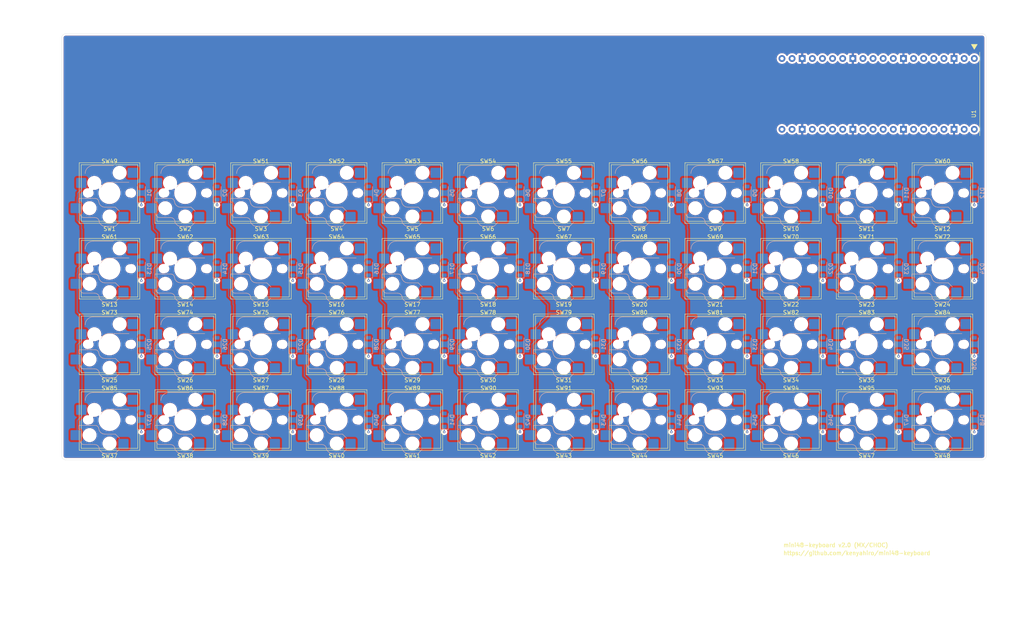
<source format=kicad_pcb>
(kicad_pcb (version 20240108) (generator "pcbnew") (generator_version "8.0")
  (layers (0 "F.Cu" signal) (31 "B.Cu" signal) (34 "B.Paste" user) (35 "F.Paste" user) (36 "B.SilkS" user "B.Silkscreen") (37 "F.SilkS" user "F.Silkscreen") (38 "B.Mask" user) (39 "F.Mask" user) (44 "Edge.Cuts" user))
  (net 0 "")
  (net 1 "/ROW0")
  (net 2 "Net-(D1-A)")
  (net 3 "Net-(D2-A)")
  (net 4 "Net-(D3-A)")
  (net 5 "Net-(D4-A)")
  (net 6 "Net-(D5-A)")
  (net 7 "Net-(D6-A)")
  (net 8 "Net-(D7-A)")
  (net 9 "Net-(D8-A)")
  (net 10 "Net-(D9-A)")
  (net 11 "Net-(D10-A)")
  (net 12 "Net-(D11-A)")
  (net 13 "Net-(D12-A)")
  (net 14 "/ROW1")
  (net 15 "Net-(D13-A)")
  (net 16 "Net-(D14-A)")
  (net 17 "Net-(D15-A)")
  (net 18 "Net-(D16-A)")
  (net 19 "Net-(D17-A)")
  (net 20 "Net-(D18-A)")
  (net 21 "Net-(D19-A)")
  (net 22 "Net-(D20-A)")
  (net 23 "Net-(D21-A)")
  (net 24 "Net-(D22-A)")
  (net 25 "Net-(D23-A)")
  (net 26 "Net-(D24-A)")
  (net 27 "Net-(D25-A)")
  (net 28 "/ROW2")
  (net 29 "Net-(D26-A)")
  (net 30 "Net-(D27-A)")
  (net 31 "Net-(D28-A)")
  (net 32 "Net-(D29-A)")
  (net 33 "Net-(D30-A)")
  (net 34 "Net-(D31-A)")
  (net 35 "Net-(D32-A)")
  (net 36 "Net-(D33-A)")
  (net 37 "Net-(D34-A)")
  (net 38 "Net-(D35-A)")
  (net 39 "Net-(D36-A)")
  (net 40 "Net-(D37-A)")
  (net 41 "/ROW3")
  (net 42 "Net-(D38-A)")
  (net 43 "Net-(D39-A)")
  (net 44 "Net-(D40-A)")
  (net 45 "Net-(D41-A)")
  (net 46 "Net-(D42-A)")
  (net 47 "Net-(D43-A)")
  (net 48 "Net-(D44-A)")
  (net 49 "Net-(D45-A)")
  (net 50 "Net-(D46-A)")
  (net 51 "Net-(D47-A)")
  (net 52 "Net-(D48-A)")
  (net 53 "/COL0")
  (net 54 "/COL1")
  (net 55 "/COL2")
  (net 56 "/COL3")
  (net 57 "/COL4")
  (net 58 "/COL5")
  (net 59 "/COL6")
  (net 60 "/COL7")
  (net 61 "/COL8")
  (net 62 "/COL9")
  (net 63 "/COL10")
  (net 64 "/COL11")
  (net 65 "+3.3V")
  (net 66 "GND")
  (footprint "MountingHole:MountingHole_2.2mm_M2" (layer "F.Cu") (at 176 143)
    (property "Reference" "REF**" (hide yes))
    (property "Value" "MountingHole_2.2mm_M2" (hide yes))
  )
  (footprint "my_keyswitch:SW_Hotswap_Kailh_MX" (layer "F.Cu") (at 201 83)
    (property "Reference" "SW69")
    (property "Value" "SW_Push")
  )
  (footprint "my_keyswitch:SW_Hotswap_Kailh_MX" (layer "F.Cu") (at 125 121)
    (property "Reference" "SW89")
    (property "Value" "SW_Push")
  )
  (footprint "my_keyswitch:SW_Hotswap_Kailh_Choc_V1V2_no_mp" (layer "F.Cu") (at 201 83 180)
    (property "Reference" "SW21")
    (property "Value" "SW_Push")
  )
  (footprint "my_keyswitch:SW_Hotswap_Kailh_MX" (layer "F.Cu") (at 125 83)
    (property "Reference" "SW65")
    (property "Value" "SW_Push")
  )
  (footprint "my_keyswitch:SW_Hotswap_Kailh_Choc_V1V2_no_mp" (layer "F.Cu") (at 144 121 180)
    (property "Reference" "SW42")
    (property "Value" "SW_Push")
  )
  (footprint "my_keyswitch:SW_Hotswap_Kailh_Choc_V1V2_no_mp" (layer "F.Cu") (at 239 121 180)
    (property "Reference" "SW47")
    (property "Value" "SW_Push")
  )
  (footprint "my_keyswitch:SW_Hotswap_Kailh_MX" (layer "F.Cu") (at 239 102)
    (property "Reference" "SW83")
    (property "Value" "SW_Push")
  )
  (footprint "my_keyswitch:SW_Hotswap_Kailh_MX" (layer "F.Cu") (at 87 83)
    (property "Reference" "SW63")
    (property "Value" "SW_Push")
  )
  (footprint "my_keyswitch:SW_Hotswap_Kailh_MX" (layer "F.Cu") (at 106 102)
    (property "Reference" "SW76")
    (property "Value" "SW_Push")
  )
  (footprint "my_keyswitch:SW_Hotswap_Kailh_Choc_V1V2_no_mp" (layer "F.Cu") (at 106 64 180)
    (property "Reference" "SW4")
    (property "Value" "SW_Push")
  )
  (footprint "my_keyswitch:SW_Hotswap_Kailh_MX" (layer "F.Cu") (at 49 102)
    (property "Reference" "SW73")
    (property "Value" "SW_Push")
  )
  (footprint "my_keyswitch:SW_Hotswap_Kailh_MX" (layer "F.Cu") (at 258 121)
    (property "Reference" "SW96")
    (property "Value" "SW_Push")
  )
  (footprint "my_keyswitch:SW_Hotswap_Kailh_Choc_V1V2_no_mp" (layer "F.Cu") (at 144 64 180)
    (property "Reference" "SW6")
    (property "Value" "SW_Push")
  )
  (footprint "my_keyswitch:SW_Hotswap_Kailh_Choc_V1V2_no_mp" (layer "F.Cu") (at 163 64 180)
    (property "Reference" "SW7")
    (property "Value" "SW_Push")
  )
  (footprint "my_keyswitch:SW_Hotswap_Kailh_Choc_V1V2_no_mp" (layer "F.Cu") (at 49 64 180)
    (property "Reference" "SW1")
    (property "Value" "SW_Push")
  )
  (footprint "my_keyswitch:SW_Hotswap_Kailh_MX" (layer "F.Cu") (at 163 121)
    (property "Reference" "SW91")
    (property "Value" "SW_Push")
  )
  (footprint "my_keyswitch:SW_Hotswap_Kailh_MX" (layer "F.Cu") (at 49 121)
    (property "Reference" "SW85")
    (property "Value" "SW_Push")
  )
  (footprint "my_keyswitch:SW_Hotswap_Kailh_Choc_V1V2_no_mp" (layer "F.Cu") (at 87 121 180)
    (property "Reference" "SW39")
    (property "Value" "SW_Push")
  )
  (footprint "my_keyswitch:SW_Hotswap_Kailh_MX" (layer "F.Cu") (at 201 64)
    (property "Reference" "SW57")
    (property "Value" "SW_Push")
  )
  (footprint "my_keyswitch:SW_Hotswap_Kailh_MX" (layer "F.Cu") (at 68 102)
    (property "Reference" "SW74")
    (property "Value" "SW_Push")
  )
  (footprint "my_keyswitch:SW_Hotswap_Kailh_MX" (layer "F.Cu") (at 182 102)
    (property "Reference" "SW80")
    (property "Value" "SW_Push")
  )
  (footprint "MountingHole:MountingHole_2.2mm_M2" (layer "F.Cu") (at 74 18)
    (property "Reference" "REF**" (hide yes))
    (property "Value" "MountingHole_2.2mm_M2" (hide yes))
  )
  (footprint "MountingHole:MountingHole_2.2mm_M2" (layer "F.Cu") (at 190 18)
    (property "Reference" "REF**" (hide yes))
    (property "Value" "MountingHole_2.2mm_M2" (hide yes))
  )
  (footprint "my_keyswitch:SW_Hotswap_Kailh_MX" (layer "F.Cu") (at 68 83)
    (property "Reference" "SW62")
    (property "Value" "SW_Push")
  )
  (footprint "MountingHole:MountingHole_2.2mm_M2" (layer "F.Cu") (at 24 58)
    (property "Reference" "REF**" (hide yes))
    (property "Value" "MountingHole_2.2mm_M2" (hide yes))
  )
  (footprint "my_keyswitch:SW_Hotswap_Kailh_MX" (layer "F.Cu") (at 201 121)
    (property "Reference" "SW93")
    (property "Value" "SW_Push")
  )
  (footprint "my_keyswitch:SW_Hotswap_Kailh_Choc_V1V2_no_mp" (layer "F.Cu") (at 68 121 180)
    (property "Reference" "SW38")
    (property "Value" "SW_Push")
  )
  (footprint "MountingHole:MountingHole_2.2mm_M2" (layer "F.Cu") (at 266 146)
    (property "Reference" "REF**" (hide yes))
    (property "Value" "MountingHole_2.2mm_M2" (hide yes))
  )
  (footprint "my_keyswitch:SW_Hotswap_Kailh_Choc_V1V2_no_mp" (layer "F.Cu") (at 258 64 180)
    (property "Reference" "SW12")
    (property "Value" "SW_Push")
  )
  (footprint "my_keyswitch:SW_Hotswap_Kailh_MX" (layer "F.Cu") (at 239 121)
    (property "Reference" "SW95")
    (property "Value" "SW_Push")
  )
  (footprint "my_keyswitch:SW_Hotswap_Kailh_MX" (layer "F.Cu") (at 125 102)
    (property "Reference" "SW77")
    (property "Value" "SW_Push")
  )
  (footprint "my_keyswitch:SW_Hotswap_Kailh_Choc_V1V2_no_mp" (layer "F.Cu") (at 182 121 180)
    (property "Reference" "SW44")
    (property "Value" "SW_Push")
  )
  (footprint "my_keyswitch:SW_Hotswap_Kailh_MX" (layer "F.Cu") (at 239 64)
    (property "Reference" "SW59")
    (property "Value" "SW_Push")
  )
  (footprint "MountingHole:MountingHole_2.2mm_M2" (layer "F.Cu") (at 24 76)
    (property "Reference" "REF**" (hide yes))
    (property "Value" "MountingHole_2.2mm_M2" (hide yes))
  )
  (footprint "my_keyswitch:SW_Hotswap_Kailh_MX" (layer "F.Cu") (at 163 102)
    (property "Reference" "SW79")
    (property "Value" "SW_Push")
  )
  (footprint "my_keyswitch:SW_Hotswap_Kailh_MX" (layer "F.Cu") (at 258 64)
    (property "Reference" "SW60")
    (property "Value" "SW_Push")
  )
  (footprint "my_keyswitch:SW_Hotswap_Kailh_Choc_V1V2_no_mp" (layer "F.Cu") (at 106 83 180)
    (property "Reference" "SW16")
    (property "Value" "SW_Push")
  )
  (footprint "my_keyswitch:SW_Hotswap_Kailh_Choc_V1V2_no_mp" (layer "F.Cu") (at 106 102 180)
    (property "Reference" "SW28")
    (property "Value" "SW_Push")
  )
  (footprint "MountingHole:MountingHole_2.2mm_M2" (layer "F.Cu") (at 94 146)
    (property "Reference" "REF**" (hide yes))
    (property "Value" "MountingHole_2.2mm_M2" (hide yes))
  )
  (footprint "my_keyswitch:SW_Hotswap_Kailh_Choc_V1V2_no_mp" (layer "F.Cu") (at 163 121 180)
    (property "Reference" "SW43")
    (property "Value" "SW_Push")
  )
  (footprint "my_keyswitch:SW_Hotswap_Kailh_MX" (layer "F.Cu") (at 182 83)
    (property "Reference" "SW68")
    (property "Value" "SW_Push")
  )
  (footprint "MountingHole:MountingHole_2.2mm_M2" (layer "F.Cu") (at 144 170)
    (property "Reference" "REF**" (hide yes))
    (property "Value" "MountingHole_2.2mm_M2" (hide yes))
  )
  (footprint "my_keyswitch:SW_Hotswap_Kailh_Choc_V1V2_no_mp" (layer "F.Cu") (at 220 102 180)
    (property "Reference" "SW34")
    (property "Value" "SW_Push")
  )
  (footprint "my_keyswitch:SW_Hotswap_Kailh_Choc_V1V2_no_mp" (layer "F.Cu") (at 49 121 180)
    (property "Reference" "SW37")
    (property "Value" "SW_Push")
  )
  (footprint "my_keyswitch:SW_Hotswap_Kailh_Choc_V1V2_no_mp" (layer "F.Cu") (at 239 64 180)
    (property "Reference" "SW11")
    (property "Value" "SW_Push")
  )
  (footprint "my_keyswitch:SW_Hotswap_Kailh_Choc_V1V2_no_mp" (layer "F.Cu") (at 125 83 180)
    (property "Reference" "SW17")
    (property "Value" "SW_Push")
  )
  (footprint "my_keyswitch:SW_Hotswap_Kailh_Choc_V1V2_no_mp" (layer "F.Cu") (at 239 83 180)
    (property "Reference" "SW23")
    (property "Value" "SW_Push")
  )
  (footprint "my_keyswitch:SW_Hotswap_Kailh_Choc_V1V2_no_mp" (layer "F.Cu") (at 144 83 180)
    (property "Reference" "SW18")
    (property "Value" "SW_Push")
  )
  (footprint "my_keyswitch:SW_Hotswap_Kailh_Choc_V1V2_no_mp" (layer "F.Cu") (at 87 83 180)
    (property "Reference" "SW15")
    (property "Value" "SW_Push")
  )
  (footprint "my_keyswitch:SW_Hotswap_Kailh_Choc_V1V2_no_mp" (layer "F.Cu") (at 106 121 180)
    (property "Reference" "SW40")
    (property "Value" "SW_Push")
  )
  (footprint "my_keyswitch:SW_Hotswap_Kailh_MX" (layer "F.Cu") (at 49 64)
    (property "Reference" "SW49")
    (property "Value" "SW_Push")
  )
  (footprint "MountingHole:MountingHole_2.2mm_M2" (layer "F.Cu") (at 192 149)
    (property "Reference" "REF**" (hide yes))
    (property "Value" "MountingHole_2.2mm_M2" (hide yes))
  )
  (footprint "MountingHole:MountingHole_2.2mm_M2" (layer "F.Cu") (at 229.5 144)
    (property "Reference" "REF**" (hide yes))
    (property "Value" "MountingHole_2.2mm_M2" (hide yes))
  )
  (footprint "my_keyswitch:SW_Hotswap_Kailh_MX" (layer "F.Cu") (at 125 64)
    (property "Reference" "SW53")
    (property "Value" "SW_Push")
  )
  (footprint "my_keyswitch:SW_Hotswap_Kailh_MX" (layer "F.Cu") (at 106 121)
    (property "Reference" "SW88")
    (property "Value" "SW_Push")
  )
  (footprint "my_keyswitch:SW_Hotswap_Kailh_Choc_V1V2_no_mp" (layer "F.Cu") (at 68 102 180)
    (property "Reference" "SW26")
    (property "Value" "SW_Push")
  )
  (footprint "my_keyswitch:SW_Hotswap_Kailh_Choc_V1V2_no_mp" (layer "F.Cu") (at 49 83 180)
    (property "Reference" "SW13")
    (property "Value" "SW_Push")
  )
  (footprint "MountingHole:MountingHole_2.2mm_M2" (layer "F.Cu") (at 153 18)
    (property "Reference" "REF**" (hide yes))
    (property "Value" "MountingHole_2.2mm_M2" (hide yes))
  )
  (footprint "MountingHole:MountingHole_2.2mm_M2" (layer "F.Cu") (at 276 57)
    (property "Reference" "REF**" (hide yes))
    (property "Value" "MountingHole_2.2mm_M2" (hide yes))
  )
  (footprint "MountingHole:MountingHole_2.2mm_M2" (layer "F.Cu") (at 276 74)
    (property "Reference" "REF**" (hide yes))
    (property "Value" "MountingHole_2.2mm_M2" (hide yes))
  )
  (footprint "my_keyswitch:SW_Hotswap_Kailh_Choc_V1V2_no_mp" (layer "F.Cu") (at 125 121 180)
    (property "Reference" "SW41")
    (property "Value" "SW_Push")
  )
  (footprint "my_keyswitch:SW_Hotswap_Kailh_MX" (layer "F.Cu") (at 220 64)
    (property "Reference" "SW58")
    (property "Value" "SW_Push")
  )
  (footprint "my_keyswitch:SW_Hotswap_Kailh_MX" (layer "F.Cu") (at 87 102)
    (property "Reference" "SW75")
    (property "Value" "SW_Push")
  )
  (footprint "my_keyswitch:SW_Hotswap_Kailh_Choc_V1V2_no_mp" (layer "F.Cu") (at 87 102 180)
    (property "Reference" "SW27")
    (property "Value" "SW_Push")
  )
  (footprint "my_keyswitch:SW_Hotswap_Kailh_MX" (layer "F.Cu") (at 49 83)
    (property "Reference" "SW61")
    (property "Value" "SW_Push")
  )
  (footprint "MountingHole:MountingHole_2.2mm_M2" (layer "F.Cu") (at 229 19)
    (property "Reference" "REF**" (hide yes))
    (property "Value" "MountingHole_2.2mm_M2" (hide yes))
  )
  (footprint "my_keyswitch:SW_Hotswap_Kailh_Choc_V1V2_no_mp" (layer "F.Cu") (at 220 83 180)
    (property "Reference" "SW22")
    (property "Value" "SW_Push")
  )
  (footprint "MountingHole:MountingHole_2.2mm_M2" (layer "F.Cu") (at 209 145)
    (property "Reference" "REF**" (hide yes))
    (property "Value" "MountingHole_2.2mm_M2" (hide yes))
  )
  (footprint "my_keyswitch:SW_Hotswap_Kailh_Choc_V1V2_no_mp" (layer "F.Cu") (at 125 102 180)
    (property "Reference" "SW29")
    (property "Value" "SW_Push")
  )
  (footprint "my_keyswitch:SW_Hotswap_Kailh_MX" (layer "F.Cu") (at 239 83)
    (property "Reference" "SW71")
    (property "Value" "SW_Push")
  )
  (footprint "my_keyswitch:SW_Hotswap_Kailh_Choc_V1V2_no_mp" (layer "F.Cu") (at 182 83 180)
    (property "Reference" "SW20")
    (property "Value" "SW_Push")
  )
  (footprint "my_keyswitch:SW_Hotswap_Kailh_Choc_V1V2_no_mp" (layer "F.Cu") (at 87 64 180)
    (property "Reference" "SW3")
    (property "Value" "SW_Push")
  )
  (footprint "my_keyswitch:SW_Hotswap_Kailh_Choc_V1V2_no_mp" (layer "F.Cu") (at 220 121 180)
    (property "Reference" "SW46")
    (property "Value" "SW_Push")
  )
  (footprint "my_keyswitch:SW_Hotswap_Kailh_MX" (layer "F.Cu") (at 68 64)
    (property "Reference" "SW50")
    (property "Value" "SW_Push")
  )
  (footprint "my_pico:pico_no_dbg_th_p0.85" (layer "F.Cu") (at 241.87 39.11 -90)
    (property "Reference" "U1")
    (property "Value" "Pico")
  )
  (footprint "my_keyswitch:SW_Hotswap_Kailh_MX" (layer "F.Cu") (at 220 83)
    (property "Reference" "SW70")
    (property "Value" "SW_Push")
  )
  (footprint "my_keyswitch:SW_Hotswap_Kailh_Choc_V1V2_no_mp" (layer "F.Cu") (at 144 102 180)
    (property "Reference" "SW30")
    (property "Value" "SW_Push")
  )
  (footprint "my_keyswitch:SW_Hotswap_Kailh_MX" (layer "F.Cu") (at 258 102)
    (property "Reference" "SW84")
    (property "Value" "SW_Push")
  )
  (footprint "MountingHole:MountingHole_2.2mm_M2" (layer "F.Cu") (at 29 151)
    (property "Reference" "REF**" (hide yes))
    (property "Value" "MountingHole_2.2mm_M2" (hide yes))
  )
  (footprint "my_keyswitch:SW_Hotswap_Kailh_MX" (layer "F.Cu") (at 106 83)
    (property "Reference" "SW64")
    (property "Value" "SW_Push")
  )
  (footprint "my_keyswitch:SW_Hotswap_Kailh_Choc_V1V2_no_mp" (layer "F.Cu") (at 201 102 180)
    (property "Reference" "SW33")
    (property "Value" "SW_Push")
  )
  (footprint "MountingHole:MountingHole_2.2mm_M2" (layer "F.Cu") (at 113 18)
    (property "Reference" "REF**" (hide yes))
    (property "Value" "MountingHole_2.2mm_M2" (hide yes))
  )
  (footprint "my_keyswitch:SW_Hotswap_Kailh_Choc_V1V2_no_mp" (layer "F.Cu") (at 125 64 180)
    (property "Reference" "SW5")
    (property "Value" "SW_Push")
  )
  (footprint "my_keyswitch:SW_Hotswap_Kailh_Choc_V1V2_no_mp" (layer "F.Cu") (at 68 83 180)
    (property "Reference" "SW14")
    (property "Value" "SW_Push")
  )
  (footprint "my_keyswitch:SW_Hotswap_Kailh_Choc_V1V2_no_mp" (layer "F.Cu") (at 239 102 180)
    (property "Reference" "SW35")
    (property "Value" "SW_Push")
  )
  (footprint "my_keyswitch:SW_Hotswap_Kailh_Choc_V1V2_no_mp" (layer "F.Cu") (at 49 102 180)
    (property "Reference" "SW25")
    (property "Value" "SW_Push")
  )
  (footprint "my_keyswitch:SW_Hotswap_Kailh_MX" (layer "F.Cu") (at 144 64)
    (property "Reference" "SW54")
    (property "Value" "SW_Push")
  )
  (footprint "my_keyswitch:SW_Hotswap_Kailh_Choc_V1V2_no_mp" (layer "F.Cu") (at 258 102 180)
    (property "Reference" "SW36")
    (property "Value" "SW_Push")
  )
  (footprint "MountingHole:MountingHole_2.2mm_M2" (layer "F.Cu") (at 131 146)
    (property "Reference" "REF**" (hide yes))
    (property "Value" "MountingHole_2.2mm_M2" (hide yes))
  )
  (footprint "my_keyswitch:SW_Hotswap_Kailh_MX" (layer "F.Cu") (at 68 121)
    (property "Reference" "SW86")
    (property "Value" "SW_Push")
  )
  (footprint "my_keyswitch:SW_Hotswap_Kailh_MX" (layer "F.Cu") (at 144 102)
    (property "Reference" "SW78")
    (property "Value" "SW_Push")
  )
  (footprint "my_keyswitch:SW_Hotswap_Kailh_Choc_V1V2_no_mp" (layer "F.Cu") (at 163 83 180)
    (property "Reference" "SW19")
    (property "Value" "SW_Push")
  )
  (footprint "my_keyswitch:SW_Hotswap_Kailh_MX" (layer "F.Cu") (at 220 121)
    (property "Reference" "SW94")
    (property "Value" "SW_Push")
  )
  (footprint "my_keyswitch:SW_Hotswap_Kailh_Choc_V1V2_no_mp" (layer "F.Cu") (at 182 64 180)
    (property "Reference" "SW8")
    (property "Value" "SW_Push")
  )
  (footprint "my_keyswitch:SW_Hotswap_Kailh_MX" (layer "F.Cu") (at 220 102)
    (property "Reference" "SW82")
    (property "Value" "SW_Push")
  )
  (footprint "MountingHole:MountingHole_6.4mm_M6" (layer "F.Cu") (at 154 163)
    (property "Reference" "REF**" (hide yes))
    (property "Value" "MountingHole_6.4mm_M6")
  )
  (footprint "my_keyswitch:SW_Hotswap_Kailh_MX" (layer "F.Cu") (at 106 64)
    (property "Reference" "SW52")
    (property "Value" "SW_Push")
  )
  (footprint "my_keyswitch:SW_Hotswap_Kailh_MX" (layer "F.Cu") (at 87 121)
    (property "Reference" "SW87")
    (property "Value" "SW_Push")
  )
  (footprint "my_keyswitch:SW_Hotswap_Kailh_Choc_V1V2_no_mp" (layer "F.Cu") (at 182 102 180)
    (property "Reference" "SW32")
    (property "Value" "SW_Push")
  )
  (footprint "my_keyswitch:SW_Hotswap_Kailh_MX" (layer "F.Cu") (at 182 121)
    (property "Reference" "SW92")
    (property "Value" "SW_Push")
  )
  (footprint "my_keyswitch:SW_Hotswap_Kailh_Choc_V1V2_no_mp" (layer "F.Cu") (at 201 64 180)
    (property "Reference" "SW9")
    (property "Value" "SW_Push")
  )
  (footprint "my_keyswitch:SW_Hotswap_Kailh_MX" (layer "F.Cu") (at 163 64)
    (property "Reference" "SW55")
    (property "Value" "SW_Push")
  )
  (footprint "my_keyswitch:SW_Hotswap_Kailh_MX" (layer "F.Cu") (at 87 64)
    (property "Reference" "SW51")
    (property "Value" "SW_Push")
  )
  (footprint "my_keyswitch:SW_Hotswap_Kailh_Choc_V1V2_no_mp" (layer "F.Cu") (at 258 83 180)
    (property "Reference" "SW24")
    (property "Value" "SW_Push")
  )
  (footprint "my_keyswitch:SW_Hotswap_Kailh_Choc_V1V2_no_mp" (layer "F.Cu") (at 163 102 180)
    (property "Reference" "SW31")
    (property "Value" "SW_Push")
  )
  (footprint "my_keyswitch:SW_Hotswap_Kailh_MX" (layer "F.Cu") (at 144 83)
    (property "Reference" "SW66")
    (property "Value" "SW_Push")
  )
  (footprint "MountingHole:MountingHole_2.2mm_M2" (layer "F.Cu") (at 77 153)
    (property "Reference" "REF**" (hide yes))
    (property "Value" "MountingHole_2.2mm_M2" (hide yes))
  )
  (footprint "MountingHole:MountingHole_2.2mm_M2" (layer "F.Cu") (at 116 153)
    (property "Reference" "REF**" (hide yes))
    (property "Value" "MountingHole_2.2mm_M2" (hide yes))
  )
  (footprint "my_keyswitch:SW_Hotswap_Kailh_Choc_V1V2_no_mp" (layer "F.Cu") (at 68 64 180)
    (property "Reference" "SW2")
    (property "Value" "SW_Push")
  )
  (footprint "my_keyswitch:SW_Hotswap_Kailh_Choc_V1V2_no_mp" (layer "F.Cu") (at 220 64 180)
    (property "Reference" "SW10")
    (property "Value" "SW_Push")
  )
  (footprint "my_keyswitch:SW_Hotswap_Kailh_MX" (layer "F.Cu") (at 163 83)
    (property "Reference" "SW67")
    (property "Value" "SW_Push")
  )
  (footprint "my_keyswitch:SW_Hotswap_Kailh_MX" (layer "F.Cu") (at 144.085 121)
    (property "Reference" "SW90")
    (property "Value" "SW_Push")
  )
  (footprint "my_keyswitch:SW_Hotswap_Kailh_MX" (layer "F.Cu") (at 182 64)
    (property "Reference" "SW56")
    (property "Value" "SW_Push")
  )
  (footprint "my_keyswitch:SW_Hotswap_Kailh_Choc_V1V2_no_mp" (layer "F.Cu") (at 258 121 180)
    (property "Reference" "SW48")
    (property "Value" "SW_Push")
  )
  (footprint "my_keyswitch:SW_Hotswap_Kailh_Choc_V1V2_no_mp" (layer "F.Cu") (at 201 121 180)
    (property "Reference" "SW45")
    (property "Value" "SW_Push")
  )
  (footprint "my_keyswitch:SW_Hotswap_Kailh_MX" (layer "F.Cu") (at 258 83)
    (property "Reference" "SW72")
    (property "Value" "SW_Push")
  )
  (footprint "my_keyswitch:SW_Hotswap_Kailh_MX" (layer "F.Cu") (at 201 102)
    (property "Reference" "SW81")
    (property "Value" "SW_Push")
  )
  (footprint "Diode_SMD:D_SOD-123" (layer "B.Cu") (at 209 121 90)
    (property "Reference" "D45")
    (property "Value" "1N4148W")
  )
  (footprint "Diode_SMD:D_SOD-123" (layer "B.Cu") (at 190 64 90)
    (property "Reference" "D8")
    (property "Value" "1N4148W")
  )
  (footprint "Diode_SMD:D_SOD-123" (layer "B.Cu") (at 76 64 90)
    (property "Reference" "D2")
    (property "Value" "1N4148W")
  )
  (footprint "Diode_SMD:D_SOD-123" (layer "B.Cu") (at 114 83 90)
    (property "Reference" "D16")
    (property "Value" "1N4148W")
  )
  (footprint "Diode_SMD:D_SOD-123" (layer "B.Cu") (at 228 64 90)
    (property "Reference" "D10")
    (property "Value" "1N4148W")
  )
  (footprint "Diode_SMD:D_SOD-123" (layer "B.Cu") (at 57 64 90)
    (property "Reference" "D1")
    (property "Value" "1N4148W")
  )
  (footprint "Diode_SMD:D_SOD-123" (layer "B.Cu") (at 266 121 90)
    (property "Reference" "D48")
    (property "Value" "1N4148W")
  )
  (footprint "Diode_SMD:D_SOD-123" (layer "B.Cu") (at 57 121 90)
    (property "Reference" "D37")
    (property "Value" "1N4148W")
  )
  (footprint "Diode_SMD:D_SOD-123" (layer "B.Cu") (at 152 102 90)
    (property "Reference" "D30")
    (property "Value" "1N4148W")
  )
  (footprint "Diode_SMD:D_SOD-123" (layer "B.Cu") (at 76 83 90)
    (property "Reference" "D14")
    (property "Value" "1N4148W")
  )
  (footprint "Diode_SMD:D_SOD-123" (layer "B.Cu") (at 209 102 90)
    (property "Reference" "D33")
    (property "Value" "1N4148W")
  )
  (footprint "Diode_SMD:D_SOD-123" (layer "B.Cu") (at 247 102 90)
    (property "Reference" "D35")
    (property "Value" "1N4148W")
  )
  (footprint "Diode_SMD:D_SOD-123" (layer "B.Cu") (at 266 83 90)
    (property "Reference" "D24")
    (property "Value" "1N4148W")
  )
  (footprint "Diode_SMD:D_SOD-123" (layer "B.Cu") (at 95 83 90)
    (property "Reference" "D15")
    (property "Value" "1N4148W")
  )
  (footprint "Diode_SMD:D_SOD-123" (layer "B.Cu") (at 171 64 90)
    (property "Reference" "D7")
    (property "Value" "1N4148W")
  )
  (footprint "Diode_SMD:D_SOD-123" (layer "B.Cu") (at 247 121 90)
    (property "Reference" "D47")
    (property "Value" "1N4148W")
  )
  (footprint "Diode_SMD:D_SOD-123" (layer "B.Cu") (at 152 64 90)
    (property "Reference" "D6")
    (property "Value" "1N4148W")
  )
  (footprint "Diode_SMD:D_SOD-123" (layer "B.Cu") (at 133 83 90)
    (property "Reference" "D17")
    (property "Value" "1N4148W")
  )
  (footprint "Diode_SMD:D_SOD-123" (layer "B.Cu") (at 190 83 90)
    (property "Reference" "D20")
    (property "Value" "1N4148W")
  )
  (footprint "Diode_SMD:D_SOD-123" (layer "B.Cu") (at 266 64 90)
    (property "Reference" "D12")
    (property "Value" "1N4148W")
  )
  (footprint "Diode_SMD:D_SOD-123" (layer "B.Cu") (at 247 83 90)
    (property "Reference" "D23")
    (property "Value" "1N4148W")
  )
  (footprint "Diode_SMD:D_SOD-123" (layer "B.Cu") (at 247 64 90)
    (property "Reference" "D11")
    (property "Value" "1N4148W")
  )
  (footprint "Diode_SMD:D_SOD-123" (layer "B.Cu") (at 190 102 90)
    (property "Reference" "D32")
    (property "Value" "1N4148W")
  )
  (footprint "Diode_SMD:D_SOD-123" (layer "B.Cu") (at 228 83 90)
    (property "Reference" "D22")
    (property "Value" "1N4148W")
  )
  (footprint "Diode_SMD:D_SOD-123" (layer "B.Cu") (at 57 102 90)
    (property "Reference" "D25")
    (property "Value" "1N4148W")
  )
  (footprint "Diode_SMD:D_SOD-123" (layer "B.Cu") (at 152 83 90)
    (property "Reference" "D18")
    (property "Value" "1N4148W")
  )
  (footprint "Diode_SMD:D_SOD-123" (layer "B.Cu") (at 228 102 90)
    (property "Reference" "D34")
    (property "Value" "1N4148W")
  )
  (footprint "Diode_SMD:D_SOD-123" (layer "B.Cu") (at 114 121 90)
    (property "Reference" "D40")
    (property "Value" "1N4148W")
  )
  (footprint "Diode_SMD:D_SOD-123" (layer "B.Cu") (at 114 64 90)
    (property "Reference" "D4")
    (property "Value" "1N4148W")
  )
  (footprint "Diode_SMD:D_SOD-123" (layer "B.Cu") (at 190 121 90)
    (property "Reference" "D44")
    (property "Value" "1N4148W")
  )
  (footprint "Diode_SMD:D_SOD-123" (layer "B.Cu") (at 95 64 90)
    (property "Reference" "D3")
    (property "Value" "1N4148W")
  )
  (footprint "Diode_SMD:D_SOD-123" (layer "B.Cu") (at 95 121 90)
    (property "Reference" "D39")
    (property "Value" "1N4148W")
  )
  (footprint "Diode_SMD:D_SOD-123" (layer "B.Cu") (at 76 121 90)
    (property "Reference" "D38")
    (property "Value" "1N4148W")
  )
  (footprint "Diode_SMD:D_SOD-123" (layer "B.Cu") (at 133 121 90)
    (property "Reference" "D41")
    (property "Value" "1N4148W")
  )
  (footprint "Diode_SMD:D_SOD-123" (layer "B.Cu") (at 209 64 90)
    (property "Reference" "D9")
    (property "Value" "1N4148W")
  )
  (footprint "Diode_SMD:D_SOD-123" (layer "B.Cu") (at 57 83 90)
    (property "Reference" "D13")
    (property "Value" "1N4148W")
  )
  (footprint "Diode_SMD:D_SOD-123" (layer "B.Cu") (at 133 64 90)
    (property "Reference" "D5")
    (property "Value" "1N4148W")
  )
  (footprint "Diode_SMD:D_SOD-123" (layer "B.Cu") (at 114 102 90)
    (property "Reference" "D28")
    (property "Value" "1N4148W")
  )
  (footprint "Diode_SMD:D_SOD-123" (layer "B.Cu") (at 171 83 90)
    (property "Reference" "D19")
    (property "Value" "1N4148W")
  )
  (footprint "Diode_SMD:D_SOD-123" (layer "B.Cu") (at 171 121 90)
    (property "Reference" "D43")
    (property "Value" "1N4148W")
  )
  (footprint "Diode_SMD:D_SOD-123" (layer "B.Cu") (at 228 121 90)
    (property "Reference" "D46")
    (property "Value" "1N4148W")
  )
  (footprint "Diode_SMD:D_SOD-123" (layer "B.Cu") (at 133 102 90)
    (property "Reference" "D29")
    (property "Value" "1N4148W")
  )
  (footprint "Diode_SMD:D_SOD-123" (layer "B.Cu") (at 76 102 90)
    (property "Reference" "D26")
    (property "Value" "1N4148W")
  )
  (footprint "Diode_SMD:D_SOD-123" (layer "B.Cu") (at 95 102 90)
    (property "Reference" "D27")
    (property "Value" "1N4148W")
  )
  (footprint "Diode_SMD:D_SOD-123" (layer "B.Cu") (at 209 83 90)
    (property "Reference" "D21")
    (property "Value" "1N4148W")
  )
  (footprint "Diode_SMD:D_SOD-123" (layer "B.Cu") (at 171 102 90)
    (property "Reference" "D31")
    (property "Value" "1N4148W")
  )
  (footprint "Diode_SMD:D_SOD-123" (layer "B.Cu") (at 266 102 90)
    (property "Reference" "D36")
    (property "Value" "1N4148W")
  )
  (footprint "Diode_SMD:D_SOD-123" (layer "B.Cu") (at 152 121 90)
    (property "Reference" "D42")
    (property "Value" "1N4148W")
  )
  (gr_line (start 268 131) (end 38 131) (stroke (width 0.05)) (layer "Edge.Cuts"))
  (gr_arc (start 268 24) (mid 268.707107 24.292893) (end 269 25) (stroke (width 0.05)) (layer "Edge.Cuts"))
  (gr_line (start 269 25) (end 269 130) (stroke (width 0.05)) (layer "Edge.Cuts"))
  (gr_arc (start 269 130) (mid 268.707107 130.707107) (end 268 131) (stroke (width 0.05)) (layer "Edge.Cuts"))
  (gr_line (start 38 24) (end 268 24) (stroke (width 0.05)) (layer "Edge.Cuts"))
  (gr_line (start 37 130) (end 37 25) (stroke (width 0.05)) (layer "Edge.Cuts"))
  (gr_arc (start 37 25) (mid 37.292893 24.292893) (end 38 24) (stroke (width 0.05)) (layer "Edge.Cuts"))
  (gr_arc (start 38 131) (mid 37.292893 130.707107) (end 37 130) (stroke (width 0.05)) (layer "Edge.Cuts"))
  (gr_text "https://github.com/kenyahiro/mini48-keyboard" (at 218 155 0) (layer "F.SilkS") (effects (font (size 1 1) (thickness 0.2) (bold yes)) (justify left bottom)))
  (gr_text "mini48-keyboard v2.0 (MX/CHOC)" (at 218 153 0) (layer "F.SilkS") (effects (font (size 1 1) (thickness 0.2) (bold yes)) (justify left bottom)))
  (via (at 57 67) (size 0.6) (drill 0.3) (layers "F.Cu" "B.Cu") (net 1))
  (via (at 190 67) (size 0.6) (drill 0.3) (layers "F.Cu" "B.Cu") (net 1))
  (via (at 152 67) (size 0.6) (drill 0.3) (layers "F.Cu" "B.Cu") (net 1))
  (via (at 228 67) (size 0.6) (drill 0.3) (layers "F.Cu" "B.Cu") (net 1))
  (via (at 76 67) (size 0.6) (drill 0.3) (layers "F.Cu" "B.Cu") (net 1))
  (via (at 114 67) (size 0.6) (drill 0.3) (layers "F.Cu" "B.Cu") (net 1))
  (via (at 266 67) (size 0.6) (drill 0.3) (layers "F.Cu" "B.Cu") (net 1))
  (via (at 209 67) (size 0.6) (drill 0.3) (layers "F.Cu" "B.Cu") (net 1))
  (via (at 95 67) (size 0.6) (drill 0.3) (layers "F.Cu" "B.Cu") (net 1))
  (via (at 247 67) (size 0.6) (drill 0.3) (layers "F.Cu" "B.Cu") (net 1))
  (via (at 171 67) (size 0.6) (drill 0.3) (layers "F.Cu" "B.Cu") (net 1))
  (via (at 133 67) (size 0.6) (drill 0.3) (layers "F.Cu" "B.Cu") (net 1))
  (segment (start 247 65.65) (end 247 67) (width 0.2) (layer "B.Cu") (net 1))
  (segment (start 228 65.65) (end 228 67) (width 0.2) (layer "B.Cu") (net 1))
  (segment (start 76 65.65) (end 76 67) (width 0.2) (layer "B.Cu") (net 1))
  (segment (start 266 65.65) (end 266 67) (width 0.2) (layer "B.Cu") (net 1))
  (segment (start 209 65.65) (end 209 67) (width 0.2) (layer "B.Cu") (net 1))
  (segment (start 190 65.65) (end 190 67) (width 0.2) (layer "B.Cu") (net 1))
  (segment (start 152 65.65) (end 152 67) (width 0.2) (layer "B.Cu") (net 1))
  (segment (start 57 65.65) (end 57 67) (width 0.2) (layer "B.Cu") (net 1))
  (segment (start 114 65.65) (end 114 67) (width 0.2) (layer "B.Cu") (net 1))
  (segment (start 133 65.65) (end 133 67) (width 0.2) (layer "B.Cu") (net 1))
  (segment (start 171 65.65) (end 171 67) (width 0.2) (layer "B.Cu") (net 1))
  (segment (start 95 65.65) (end 95 67) (width 0.2) (layer "B.Cu") (net 1))
  (via (at 114 86) (size 0.6) (drill 0.3) (layers "F.Cu" "B.Cu") (net 14))
  (via (at 190 86) (size 0.6) (drill 0.3) (layers "F.Cu" "B.Cu") (net 14))
  (via (at 95 86) (size 0.6) (drill 0.3) (layers "F.Cu" "B.Cu") (net 14))
  (via (at 266 86) (size 0.6) (drill 0.3) (layers "F.Cu" "B.Cu") (net 14))
  (via (at 133 86) (size 0.6) (drill 0.3) (layers "F.Cu" "B.Cu") (net 14))
  (via (at 209 86) (size 0.6) (drill 0.3) (layers "F.Cu" "B.Cu") (net 14))
  (via (at 76 86) (size 0.6) (drill 0.3) (layers "F.Cu" "B.Cu") (net 14))
  (via (at 247 86) (size 0.6) (drill 0.3) (layers "F.Cu" "B.Cu") (net 14))
  (via (at 171 86) (size 0.6) (drill 0.3) (layers "F.Cu" "B.Cu") (net 14))
  (via (at 57 86) (size 0.6) (drill 0.3) (layers "F.Cu" "B.Cu") (net 14))
  (via (at 228 86) (size 0.6) (drill 0.3) (layers "F.Cu" "B.Cu") (net 14))
  (via (at 152 86) (size 0.6) (drill 0.3) (layers "F.Cu" "B.Cu") (net 14))
  (segment (start 190 84.65) (end 190 86) (width 0.2) (layer "B.Cu") (net 14))
  (segment (start 209 84.65) (end 209 86) (width 0.2) (layer "B.Cu") (net 14))
  (segment (start 76 84.65) (end 76 86) (width 0.2) (layer "B.Cu") (net 14))
  (segment (start 95 84.65) (end 95 86) (width 0.2) (layer "B.Cu") (net 14))
  (segment (start 114 84.65) (end 114 86) (width 0.2) (layer "B.Cu") (net 14))
  (segment (start 133 84.65) (end 133 86) (width 0.2) (layer "B.Cu") (net 14))
  (segment (start 266 84.65) (end 266 86) (width 0.2) (layer "B.Cu") (net 14))
  (segment (start 228 84.65) (end 228 86) (width 0.2) (layer "B.Cu") (net 14))
  (segment (start 57 84.65) (end 57 86) (width 0.2) (layer "B.Cu") (net 14))
  (segment (start 171 84.65) (end 171 86) (width 0.2) (layer "B.Cu") (net 14))
  (segment (start 152 84.65) (end 152 86) (width 0.2) (layer "B.Cu") (net 14))
  (segment (start 247 84.65) (end 247 86) (width 0.2) (layer "B.Cu") (net 14))
  (via (at 76 105) (size 0.6) (drill 0.3) (layers "F.Cu" "B.Cu") (net 28))
  (via (at 57 105) (size 0.6) (drill 0.3) (layers "F.Cu" "B.Cu") (net 28))
  (via (at 95 105) (size 0.6) (drill 0.3) (layers "F.Cu" "B.Cu") (net 28))
  (via (at 152 105) (size 0.6) (drill 0.3) (layers "F.Cu" "B.Cu") (net 28))
  (via (at 228 105) (size 0.6) (drill 0.3) (layers "F.Cu" "B.Cu") (net 28))
  (via (at 190 105) (size 0.6) (drill 0.3) (layers "F.Cu" "B.Cu") (net 28))
  (via (at 114 105) (size 0.6) (drill 0.3) (layers "F.Cu" "B.Cu") (net 28))
  (via (at 209 105) (size 0.6) (drill 0.3) (layers "F.Cu" "B.Cu") (net 28))
  (via (at 266 105) (size 0.6) (drill 0.3) (layers "F.Cu" "B.Cu") (net 28))
  (via (at 247 105) (size 0.6) (drill 0.3) (layers "F.Cu" "B.Cu") (net 28))
  (via (at 133 105) (size 0.6) (drill 0.3) (layers "F.Cu" "B.Cu") (net 28))
  (via (at 171 105) (size 0.6) (drill 0.3) (layers "F.Cu" "B.Cu") (net 28))
  (segment (start 57 103.65) (end 57 105) (width 0.2) (layer "B.Cu") (net 28))
  (segment (start 95 103.65) (end 95 105) (width 0.2) (layer "B.Cu") (net 28))
  (segment (start 209 103.65) (end 209 105) (width 0.2) (layer "B.Cu") (net 28))
  (segment (start 228 103.65) (end 228 105) (width 0.2) (layer "B.Cu") (net 28))
  (segment (start 114 103.65) (end 114 105) (width 0.2) (layer "B.Cu") (net 28))
  (segment (start 171 103.65) (end 171 105) (width 0.2) (layer "B.Cu") (net 28))
  (segment (start 247 103.65) (end 247 105) (width 0.2) (layer "B.Cu") (net 28))
  (segment (start 266 103.65) (end 266 105) (width 0.2) (layer "B.Cu") (net 28))
  (segment (start 190 103.65) (end 190 105) (width 0.2) (layer "B.Cu") (net 28))
  (segment (start 76 103.65) (end 76 105) (width 0.2) (layer "B.Cu") (net 28))
  (segment (start 133 103.65) (end 133 105) (width 0.2) (layer "B.Cu") (net 28))
  (segment (start 152 103.65) (end 152 105) (width 0.2) (layer "B.Cu") (net 28))
  (via (at 57 124) (size 0.6) (drill 0.3) (layers "F.Cu" "B.Cu") (net 41))
  (via (at 95 124) (size 0.6) (drill 0.3) (layers "F.Cu" "B.Cu") (net 41))
  (via (at 133 124) (size 0.6) (drill 0.3) (layers "F.Cu" "B.Cu") (net 41))
  (via (at 228 124) (size 0.6) (drill 0.3) (layers "F.Cu" "B.Cu") (net 41))
  (via (at 152 124) (size 0.6) (drill 0.3) (layers "F.Cu" "B.Cu") (net 41))
  (via (at 190 124) (size 0.6) (drill 0.3) (layers "F.Cu" "B.Cu") (net 41))
  (via (at 76 124) (size 0.6) (drill 0.3) (layers "F.Cu" "B.Cu") (net 41))
  (via (at 266 124) (size 0.6) (drill 0.3) (layers "F.Cu" "B.Cu") (net 41))
  (via (at 209 124) (size 0.6) (drill 0.3) (layers "F.Cu" "B.Cu") (net 41))
  (via (at 171 124) (size 0.6) (drill 0.3) (layers "F.Cu" "B.Cu") (net 41))
  (via (at 114 124) (size 0.6) (drill 0.3) (layers "F.Cu" "B.Cu") (net 41))
  (via (at 247 124) (size 0.6) (drill 0.3) (layers "F.Cu" "B.Cu") (net 41))
  (segment (start 209 122.65) (end 209 124) (width 0.2) (layer "B.Cu") (net 41))
  (segment (start 133 122.65) (end 133 124) (width 0.2) (layer "B.Cu") (net 41))
  (segment (start 171 122.65) (end 171 124) (width 0.2) (layer "B.Cu") (net 41))
  (segment (start 76 122.65) (end 76 124) (width 0.2) (layer "B.Cu") (net 41))
  (segment (start 152 122.65) (end 152 124) (width 0.2) (layer "B.Cu") (net 41))
  (segment (start 247 122.65) (end 247 124) (width 0.2) (layer "B.Cu") (net 41))
  (segment (start 228 122.65) (end 228 124) (width 0.2) (layer "B.Cu") (net 41))
  (segment (start 190 122.65) (end 190 124) (width 0.2) (layer "B.Cu") (net 41))
  (segment (start 57 122.65) (end 57 124) (width 0.2) (layer "B.Cu") (net 41))
  (segment (start 95 122.65) (end 95 124) (width 0.2) (layer "B.Cu") (net 41))
  (segment (start 114 122.65) (end 114 124) (width 0.2) (layer "B.Cu") (net 41))
  (segment (start 266 122.65) (end 266 124) (width 0.2) (layer "B.Cu") (net 41))
  (segment (start 40.9 107.9) (end 42.1 109.1) (width 0.2) (layer "B.Cu") (net 53))
  (segment (start 42.1 100.9) (end 40.9 102.1) (width 0.2) (layer "B.Cu") (net 53))
  (segment (start 41 64) (end 41 65) (width 0.2) (layer "B.Cu") (net 53))
  (segment (start 42.1 73.1) (end 42.1 80.46) (width 0.2) (layer "B.Cu") (net 53))
  (segment (start 40.9 102.1) (end 40.9 105.7) (width 0.2) (layer "B.Cu") (net 53))
  (segment (start 40.9 93.9) (end 42 95) (width 0.2) (layer "B.Cu") (net 53))
  (segment (start 42.1 80.46) (end 42.1 81.9) (width 0.2) (layer "B.Cu") (net 53))
  (segment (start 40.9 86.7) (end 40.9 93.9) (width 0.2) (layer "B.Cu") (net 53))
  (segment (start 40.9 67.7) (end 40.9 70.9) (width 0.2) (layer "B.Cu") (net 53))
  (segment (start 42.1 99.46) (end 42.1 100.9) (width 0.2) (layer "B.Cu") (net 53))
  (segment (start 40.9 121.1) (end 40.9 124.7) (width 0.2) (layer "B.Cu") (net 53))
  (segment (start 41 65) (end 40.9 65.1) (width 0.2) (layer "B.Cu") (net 53))
  (segment (start 42 95) (end 42 96) (width 0.2) (layer "B.Cu") (net 53))
  (segment (start 40.9 105.7) (end 40.9 107.9) (width 0.2) (layer "B.Cu") (net 53))
  (segment (start 42 96) (end 42.1 96.1) (width 0.2) (layer "B.Cu") (net 53))
  (segment (start 41 83) (end 41 84) (width 0.2) (layer "B.Cu") (net 53))
  (segment (start 42.1 119.9) (end 40.9 121.1) (width 0.2) (layer "B.Cu") (net 53))
  (segment (start 42.1 96.1) (end 42.1 99.46) (width 0.2) (layer "B.Cu") (net 53))
  (segment (start 42 73) (end 42.1 73.1) (width 0.2) (layer "B.Cu") (net 53))
  (segment (start 42.1 62.9) (end 41 64) (width 0.2) (layer "B.Cu") (net 53))
  (segment (start 41 84) (end 40.9 84.1) (width 0.2) (layer "B.Cu") (net 53))
  (segment (start 40.9 84.1) (end 40.9 86.7) (width 0.2) (layer "B.Cu") (net 53))
  (segment (start 42.1 61.46) (end 42.1 62.9) (width 0.2) (layer "B.Cu") (net 53))
  (segment (start 40.9 70.9) (end 42 72) (width 0.2) (layer "B.Cu") (net 53))
  (segment (start 40.9 65.1) (end 40.9 67.7) (width 0.2) (layer "B.Cu") (net 53))
  (segment (start 42.1 109.1) (end 42.1 113) (width 0.2) (layer "B.Cu") (net 53))
  (segment (start 42.1 113) (end 42.1 118.46) (width 0.2) (layer "B.Cu") (net 53))
  (segment (start 42 72) (end 42 73) (width 0.2) (layer "B.Cu") (net 53))
  (segment (start 42.1 118.46) (end 42.1 119.9) (width 0.2) (layer "B.Cu") (net 53))
  (segment (start 42.1 81.9) (end 41 83) (width 0.2) (layer "B.Cu") (net 53))
  (segment (start 61.1 90.1) (end 61.1 99.46) (width 0.2) (layer "B.Cu") (net 54))
  (segment (start 61.1 80.46) (end 61.1 81.9) (width 0.2) (layer "B.Cu") (net 54))
  (segment (start 61.1 118.46) (end 61.1 119.9) (width 0.2) (layer "B.Cu") (net 54))
  (segment (start 60 122) (end 59.9 122.1) (width 0.2) (layer "B.Cu") (net 54))
  (segment (start 60 84) (end 59.9 84.1) (width 0.2) (layer "B.Cu") (net 54))
  (segment (start 59.9 108.9) (end 61.1 110.1) (width 0.2) (layer "B.Cu") (net 54))
  (segment (start 61.1 61.46) (end 61.1 62.9) (width 0.2) (layer "B.Cu") (net 54))
  (segment (start 61.1 99.46) (end 61.1 100.9) (width 0.2) (layer "B.Cu") (net 54))
  (segment (start 59.9 86.7) (end 59.9 88.9) (width 0.2) (layer "B.Cu") (net 54))
  (segment (start 60 72) (end 60 73) (width 0.2) (layer "B.Cu") (net 54))
  (segment (start 61.1 100.9) (end 60 102) (width 0.2) (layer "B.Cu") (net 54))
  (segment (start 61.1 81.9) (end 60 83) (width 0.2) (layer "B.Cu") (net 54))
  (segment (start 61.1 110.1) (end 61.1 114) (width 0.2) (layer "B.Cu") (net 54))
  (segment (start 61.1 114) (end 61.1 118.46) (width 0.2) (layer "B.Cu") (net 54))
  (segment (start 59.9 103.1) (end 59.9 105.7) (width 0.2) (layer "B.Cu") (net 54))
  (segment (start 59.9 122.1) (end 59.9 124.7) (width 0.2) (layer "B.Cu") (net 54))
  (segment (start 63 114) (end 61.1 114) (width 0.2) (layer "B.Cu") (net 54))
  (segment (start 59.9 67.7) (end 59.9 71.9) (width 0.2) (layer "B.Cu") (net 54))
  (segment (start 60 102) (end 60 103) (width 0.2) (layer "B.Cu") (net 54))
  (segment (start 60 83) (end 60 84) (width 0.2) (layer "B.Cu") (net 54))
  (segment (start 60 73) (end 61.1 74.1) (width 0.2) (layer "B.Cu") (net 54))
  (segment (start 60 103) (end 59.9 103.1) (width 0.2) (layer "B.Cu") (net 54))
  (segment (start 59.9 65.1) (end 59.9 67.7) (width 0.2) (layer "B.Cu") (net 54))
  (segment (start 61.1 119.9) (end 60 121) (width 0.2) (layer "B.Cu") (net 54))
  (segment (start 59.9 88.9) (end 61.1 90.1) (width 0.2) (layer "B.Cu") (net 54))
  (segment (start 60 121) (end 60 122) (width 0.2) (layer "B.Cu") (net 54))
  (segment (start 60 65) (end 59.9 65.1) (width 0.2) (layer "B.Cu") (net 54))
  (segment (start 59.9 105.7) (end 59.9 108.9) (width 0.2) (layer "B.Cu") (net 54))
  (segment (start 59.9 71.9) (end 60 72) (width 0.2) (layer "B.Cu") (net 54))
  (segment (start 61.1 62.9) (end 60 64) (width 0.2) (layer "B.Cu") (net 54))
  (segment (start 59.9 84.1) (end 59.9 86.7) (width 0.2) (layer "B.Cu") (net 54))
  (segment (start 60 64) (end 60 65) (width 0.2) (layer "B.Cu") (net 54))
  (segment (start 61.1 74.1) (end 61.1 80.46) (width 0.2) (layer "B.Cu") (net 54))
  (segment (start 79 84) (end 78.9 84.1) (width 0.2) (layer "B.Cu") (net 55))
  (segment (start 80.1 92.1) (end 80.1 99.46) (width 0.2) (layer "B.Cu") (net 55))
  (segment (start 78.9 89.9) (end 80 91) (width 0.2) (layer "B.Cu") (net 55))
  (segment (start 78.9 86.7) (end 78.9 89.9) (width 0.2) (layer "B.Cu") (net 55))
  (segment (start 80.1 118.46) (end 80.1 119.9) (width 0.2) (layer "B.Cu") (net 55))
  (segment (start 80.1 119.9) (end 79 121) (width 0.2) (layer "B.Cu") (net 55))
  (segment (start 80 91) (end 80 92) (width 0.2) (layer "B.Cu") (net 55))
  (segment (start 78.9 67.7) (end 78.9 71.9) (width 0.2) (layer "B.Cu") (net 55))
  (segment (start 78.9 105.7) (end 78.9 107.9) (width 0.2) (layer "B.Cu") (net 55))
  (segment (start 78.9 102.1) (end 78.9 105.7) (width 0.2) (layer "B.Cu") (net 55))
  (segment (start 79 122) (end 78.9 122.1) (width 0.2) (layer "B.Cu") (net 55))
  (segment (start 78.9 64.1) (end 78.9 67.7) (width 0.2) (layer "B.Cu") (net 55))
  (segment (start 80.1 115) (end 80.1 118.46) (width 0.2) (layer "B.Cu") (net 55))
  (segment (start 80.1 73.1) (end 80.1 80.46) (width 0.2) (layer "B.Cu") (net 55))
  (segment (start 80.1 61.46) (end 80.1 62.9) (width 0.2) (layer "B.Cu") (net 55))
  (segment (start 78.9 71.9) (end 80.1 73.1) (width 0.2) (layer "B.Cu") (net 55))
  (segment (start 80.1 109.1) (end 80.1 115) (width 0.2) (layer "B.Cu") (net 55))
  (segment (start 80.1 99.46) (end 80.1 100.9) (width 0.2) (layer "B.Cu") (net 55))
  (segment (start 80.1 62.9) (end 78.9 64.1) (width 0.2) (layer "B.Cu") (net 55))
  (segment (start 80.1 81.9) (end 79 83) (width 0.2) (layer "B.Cu") (net 55))
  (segment (start 79 121) (end 79 122) (width 0.2) (layer "B.Cu") (net 55))
  (segment (start 79 83) (end 79 84) (width 0.2) (layer "B.Cu") (net 55))
  (segment (start 80.1 80.46) (end 80.1 81.9) (width 0.2) (layer "B.Cu") (net 55))
  (segment (start 78.9 84.1) (end 78.9 86.7) (width 0.2) (layer "B.Cu") (net 55))
  (segment (start 78.9 122.1) (end 78.9 124.7) (width 0.2) (layer "B.Cu") (net 55))
  (segment (start 78.9 107.9) (end 80.1 109.1) (width 0.2) (layer "B.Cu") (net 55))
  (segment (start 80.1 100.9) (end 78.9 102.1) (width 0.2) (layer "B.Cu") (net 55))
  (segment (start 80 92) (end 80.1 92.1) (width 0.2) (layer "B.Cu") (net 55))
  (segment (start 99.1 81.9) (end 98 83) (width 0.2) (layer "B.Cu") (net 56))
  (segment (start 98 122) (end 97.9 122.1) (width 0.2) (layer "B.Cu") (net 56))
  (segment (start 99.1 116) (end 99.1 118.46) (width 0.2) (layer "B.Cu") (net 56))
  (segment (start 98 83) (end 98 84) (width 0.2) (layer "B.Cu") (net 56))
  (segment (start 99.1 71.1) (end 99.1 80.46) (width 0.2) (layer "B.Cu") (net 56))
  (segment (start 97.9 109.9) (end 99.1 111.1) (width 0.2) (layer "B.Cu") (net 56))
  (segment (start 99.1 111.1) (end 99.1 116) (width 0.2) (layer "B.Cu") (net 56))
  (segment (start 99.1 100.9) (end 97.9 102.1) (width 0.2) (layer "B.Cu") (net 56))
  (segment (start 97.9 64.1) (end 97.9 67.7) (width 0.2) (layer "B.Cu") (net 56))
  (segment (start 98 121) (end 98 122) (width 0.2) (layer "B.Cu") (net 56))
  (segment (start 97.9 86.7) (end 97.9 89.9) (width 0.2) (layer "B.Cu") (net 56))
  (segment (start 97.9 69.9) (end 99.1 71.1) (width 0.2) (layer "B.Cu") (net 56))
  (segment (start 99.1 118.46) (end 99.1 119.9) (width 0.2) (layer "B.Cu") (net 56))
  (segment (start 99.1 99.46) (end 99.1 100.9) (width 0.2) (layer "B.Cu") (net 56))
  (segment (start 99.1 80.46) (end 99.1 81.9) (width 0.2) (layer "B.Cu") (net 56))
  (segment (start 99.1 61.46) (end 99.1 62.9) (width 0.2) (layer "B.Cu") (net 56))
  (segment (start 98 90) (end 98 91) (width 0.2) (layer "B.Cu") (net 56))
  (segment (start 97.9 67.7) (end 97.9 69.9) (width 0.2) (layer "B.Cu") (net 56))
  (segment (start 99.1 62.9) (end 97.9 64.1) (width 0.2) (layer "B.Cu") (net 56))
  (segment (start 98 91) (end 99.1 92.1) (width 0.2) (layer "B.Cu") (net 56))
  (segment (start 99.1 119.9) (end 98 121) (width 0.2) (layer "B.Cu") (net 56))
  (segment (start 97.9 122.1) (end 97.9 124.7) (width 0.2) (layer "B.Cu") (net 56))
  (segment (start 98 84) (end 97.9 84.1) (width 0.2) (layer "B.Cu") (net 56))
  (segment (start 97.9 84.1) (end 97.9 86.7) (width 0.2) (layer "B.Cu") (net 56))
  (segment (start 97.9 102.1) (end 97.9 105.7) (width 0.2) (layer "B.Cu") (net 56))
  (segment (start 97.9 105.7) (end 97.9 109.9) (width 0.2) (layer "B.Cu") (net 56))
  (segment (start 99.1 92.1) (end 99.1 99.46) (width 0.2) (layer "B.Cu") (net 56))
  (segment (start 97.9 89.9) (end 98 90) (width 0.2) (layer "B.Cu") (net 56))
  (segment (start 116.9 65.1) (end 118.1 63.9) (width 0.2) (layer "B.Cu") (net 57))
  (segment (start 118.1 63.9) (end 118.1 61.46) (width 0.2) (layer "B.Cu") (net 57))
  (segment (start 118.1 92.1) (end 118.1 99.46) (width 0.2) (layer "B.Cu") (net 57))
  (segment (start 117 90) (end 117 91) (width 0.2) (layer "B.Cu") (net 57))
  (segment (start 116.9 67.7) (end 116.9 65.1) (width 0.2) (layer "B.Cu") (net 57))
  (segment (start 118.1 81.9) (end 117 83) (width 0.2) (layer "B.Cu") (net 57))
  (segment (start 116.9 121.1) (end 116.9 124.7) (width 0.2) (layer "B.Cu") (net 57))
  (segment (start 116.9 71.9) (end 118.1 73.1) (width 0.2) (layer "B.Cu") (net 57))
  (segment (start 118.1 80.46) (end 118.1 81.9) (width 0.2) (layer "B.Cu") (net 57))
  (segment (start 117 102) (end 117 103) (width 0.2) (layer "B.Cu") (net 57))
  (segment (start 118.1 73.1) (end 118.1 80.46) (width 0.2) (layer "B.Cu") (net 57))
  (segment (start 116.9 107.9) (end 118.1 109.1) (width 0.2) (layer "B.Cu") (net 57))
  (segment (start 116.9 105.7) (end 116.9 107.9) (width 0.2) (layer "B.Cu") (net 57))
  (segment (start 118.1 119.9) (end 116.9 121.1) (width 0.2) (layer "B.Cu") (net 57))
  (segment (start 116.9 67.7) (end 116.9 71.9) (width 0.2) (layer "B.Cu") (net 57))
  (segment (start 117 84) (end 116.9 84.1) (width 0.2) (layer "B.Cu") (net 57))
  (segment (start 116.9 84.1) (end 116.9 86.7) (width 0.2) (layer "B.Cu") (net 57))
  (segment (start 117 83) (end 117 84) (width 0.2) (layer "B.Cu") (net 57))
  (segment (start 117 103) (end 116.9 103.1) (width 0.2) (layer "B.Cu") (net 57))
  (segment (start 116.9 103.1) (end 116.9 105.7) (width 0.2) (layer "B.Cu") (net 57))
  (segment (start 116.9 89.9) (end 117 90) (width 0.2) (layer "B.Cu") (net 57))
  (segment (start 116.9 86.7) (end 116.9 89.9) (width 0.2) (layer "B.Cu") (net 57))
  (segment (start 118.1 100.9) (end 117 102) (width 0.2) (layer "B.Cu") (net 57))
  (segment (start 117 91) (end 118.1 92.1) (width 0.2) (layer "B.Cu") (net 57))
  (segment (start 118.1 116) (end 118.1 118.46) (width 0.2) (layer "B.Cu") (net 57))
  (segment (start 118.1 118.46) (end 118.1 119.9) (width 0.2) (layer "B.Cu") (net 57))
  (segment (start 118.1 99.46) (end 118.1 100.9) (width 0.2) (layer "B.Cu") (net 57))
  (segment (start 118.1 109.1) (end 118.1 116) (width 0.2) (layer "B.Cu") (net 57))
  (segment (start 137.1 99.46) (end 137.1 100.9) (width 0.2) (layer "B.Cu") (net 58))
  (segment (start 137.1 62.9) (end 136 64) (width 0.2) (layer "B.Cu") (net 58))
  (segment (start 137.1 80.46) (end 137.1 81.9) (width 0.2) (layer "B.Cu") (net 58))
  (segment (start 135.9 83.1) (end 135.9 86.7) (width 0.2) (layer "B.Cu") (net 58))
  (segment (start 135.9 108.9) (end 137.1 110.1) (width 0.2) (layer "B.Cu") (net 58))
  (segment (start 136 64) (end 136 65) (width 0.2) (layer "B.Cu") (net 58))
  (segment (start 137.1 72.1) (end 137.1 80.46) (width 0.2) (layer "B.Cu") (net 58))
  (segment (start 136 122) (end 135.9 122.1) (width 0.2) (layer "B.Cu") (net 58))
  (segment (start 136 121) (end 136 122) (width 0.2) (layer "B.Cu") (net 58))
  (segment (start 137.1 110.1) (end 137.1 118.46) (width 0.2) (layer "B.Cu") (net 58))
  (segment (start 135.9 65.1) (end 135.9 67.7) (width 0.2) (layer "B.Cu") (net 58))
  (segment (start 135.9 86.7) (end 135.9 88.9) (width 0.2) (layer "B.Cu") (net 58))
  (segment (start 135.9 67.7) (end 135.9 70.9) (width 0.2) (layer "B.Cu") (net 58))
  (segment (start 137.1 90.1) (end 137.1 99.46) (width 0.2) (layer "B.Cu") (net 58))
  (segment (start 137.1 118.46) (end 137.1 119.9) (width 0.2) (layer "B.Cu") (net 58))
  (segment (start 135.9 102.1) (end 135.9 105.7) (width 0.2) (layer "B.Cu") (net 58))
  (segment (start 137.1 119.9) (end 136 121) (width 0.2) (layer "B.Cu") (net 58))
  (segment (start 137.1 61.46) (end 137.1 62.9) (width 0.2) (layer "B.Cu") (net 58))
  (segment (start 135.9 105.7) (end 135.9 108.9) (width 0.2) (layer "B.Cu") (net 58))
  (segment (start 135.9 70.9) (end 137.1 72.1) (width 0.2) (layer "B.Cu") (net 58))
  (segment (start 137.1 81.9) (end 135.9 83.1) (width 0.2) (layer "B.Cu") (net 58))
  (segment (start 135.9 88.9) (end 137.1 90.1) (width 0.2) (layer "B.Cu") (net 58))
  (segment (start 135.9 122.1) (end 135.9 124.7) (width 0.2) (layer "B.Cu") (net 58))
  (segment (start 137.1 100.9) (end 135.9 102.1) (width 0.2) (layer "B.Cu") (net 58))
  (segment (start 136 65) (end 135.9 65.1) (width 0.2) (layer "B.Cu") (net 58))
  (segment (start 154.9 103.1) (end 154.9 105.7) (width 0.2) (layer "B.Cu") (net 59))
  (segment (start 156.1 62.9) (end 155 64) (width 0.2) (layer "B.Cu") (net 59))
  (segment (start 155 103) (end 154.9 103.1) (width 0.2) (layer "B.Cu") (net 59))
  (segment (start 154.9 72.9) (end 156.1 74.1) (width 0.2) (layer "B.Cu") (net 59))
  (segment (start 156 98) (end 156.1 98.1) (width 0.2) (layer "B.Cu") (net 59))
  (segment (start 154.9 121.1) (end 154.9 124.7) (width 0.2) (layer "B.Cu") (net 59))
  (segment (start 155 84) (end 154.9 84.1) (width 0.2) (layer "B.Cu") (net 59))
  (segment (start 154.9 65.1) (end 154.9 67.7) (width 0.2) (layer "B.Cu") (net 59))
  (segment (start 159 92) (end 159 94) (width 0.2) (layer "B.Cu") (net 59))
  (segment (start 156.1 99.46) (end 156.1 100.9) (width 0.2) (layer "B.Cu") (net 59))
  (segment (start 155 83) (end 155 84) (width 0.2) (layer "B.Cu") (net 59))
  (segment (start 156.1 119.9) (end 154.9 121.1) (width 0.2) (layer "B.Cu") (net 59))
  (segment (start 159 94) (end 159 95) (width 0.2) (layer "B.Cu") (net 59))
  (segment (start 155 64) (end 155 65) (width 0.2) (layer "B.Cu") (net 59))
  (segment (start 156.1 98.1) (end 156.1 99.46) (width 0.2) (layer "B.Cu") (net 59))
  (segment (start 156.1 61.46) (end 156.1 62.9) (width 0.2) (layer "B.Cu") (net 59))
  (segment (start 154.9 84.1) (end 154.9 86.7) (width 0.2) (layer "B.Cu") (net 59))
  (segment (start 154.9 87.9) (end 159 92) (width 0.2) (layer "B.Cu") (net 59))
  (segment (start 154.9 86.7) (end 154.9 87.9) (width 0.2) (layer "B.Cu") (net 59))
  (segment (start 156.1 74.1) (end 156.1 80.46) (width 0.2) (layer "B.Cu") (net 59))
  (segment (start 156.1 81.9) (end 155 83) (width 0.2) (layer "B.Cu") (net 59))
  (segment (start 155 65) (end 154.9 65.1) (width 0.2) (layer "B.Cu") (net 59))
  (segment (start 155 102) (end 155 103) (width 0.2) (layer "B.Cu") (net 59))
  (segment (start 156.1 118.46) (end 156.1 119.9) (width 0.2) (layer "B.Cu") (net 59))
  (segment (start 159 95) (end 156 98) (width 0.2) (layer "B.Cu") (net 59))
  (segment (start 154.9 105.7) (end 154.9 107.9) (width 0.2) (layer "B.Cu") (net 59))
  (segment (start 154.9 107.9) (end 156.1 109.1) (width 0.2) (layer "B.Cu") (net 59))
  (segment (start 156.1 109.1) (end 156.1 118.46) (width 0.2) (layer "B.Cu") (net 59))
  (segment (start 154.9 67.7) (end 154.9 72.9) (width 0.2) (layer "B.Cu") (net 59))
  (segment (start 162 94) (end 159 94) (width 0.2) (layer "B.Cu") (net 59))
  (segment (start 156.1 80.46) (end 156.1 81.9) (width 0.2) (layer "B.Cu") (net 59))
  (segment (start 156.1 100.9) (end 155 102) (width 0.2) (layer "B.Cu") (net 59))
  (segment (start 175.1 61.46) (end 175.1 62.9) (width 0.2) (layer "B.Cu") (net 60))
  (segment (start 174 109) (end 174 111) (width 0.2) (layer "B.Cu") (net 60))
  (segment (start 175.1 113.1) (end 175.1 118.46) (width 0.2) (layer "B.Cu") (net 60))
  (segment (start 173.9 88.9) (end 175.1 90.1) (width 0.2) (layer "B.Cu") (net 60))
  (segment (start 174 111) (end 175 112) (width 0.2) (layer "B.Cu") (net 60))
  (segment (start 173.9 83.1) (end 173.9 86.7) (width 0.2) (layer "B.Cu") (net 60))
  (segment (start 175.1 81.9) (end 173.9 83.1) (width 0.2) (layer "B.Cu") (net 60))
  (segment (start 175.1 119.9) (end 173.9 121.1) (width 0.2) (layer "B.Cu") (net 60))
  (segment (start 173.9 86.7) (end 173.9 88.9) (width 0.2) (layer "B.Cu") (net 60))
  (segment (start 175.1 72.1) (end 175.1 80.46) (width 0.2) (layer "B.Cu") (net 60))
  (segment (start 175.1 80.46) (end 175.1 81.9) (width 0.2) (layer "B.Cu") (net 60))
  (segment (start 173.9 65.1) (end 173.9 67.7) (width 0.2) (layer "B.Cu") (net 60))
  (segment (start 175.1 90.1) (end 175.1 94) (width 0.2) (layer "B.Cu") (net 60))
  (segment (start 173.9 105.7) (end 173.9 108.9) (width 0.2) (layer "B.Cu") (net 60))
  (segment (start 175.1 94) (end 175.1 99.46) (width 0.2) (layer "B.Cu") (net 60))
  (segment (start 173.9 108.9) (end 174 109) (width 0.2) (layer "B.Cu") (net 60))
  (segment (start 175.1 118.46) (end 175.1 119.9) (width 0.2) (layer "B.Cu") (net 60))
  (segment (start 173.9 102.1) (end 173.9 105.7) (width 0.2) (layer "B.Cu") (net 60))
  (segment (start 175 112) (end 175 113) (width 0.2) (layer "B.Cu") (net 60))
  (segment (start 175.1 62.9) (end 174 64) (width 0.2) (layer "B.Cu") (net 60))
  (segment (start 175.1 99.46) (end 175.1 100.9) (width 0.2) (layer "B.Cu") (net 60))
  (segment (start 174 64) (end 174 65) (width 0.2) (layer "B.Cu") (net 60))
  (segment (start 175 113) (end 175.1 113.1) (width 0.2) (layer "B.Cu") (net 60))
  (segment (start 173.9 121.1) (end 173.9 124.7) (width 0.2) (layer "B.Cu") (net 60))
  (segment (start 174 65) (end 173.9 65.1) (width 0.2) (layer "B.Cu") (net 60))
  (segment (start 173.9 70.9) (end 175.1 72.1) (width 0.2) (layer "B.Cu") (net 60))
  (segment (start 175.1 100.9) (end 173.9 102.1) (width 0.2) (layer "B.Cu") (net 60))
  (segment (start 173.9 67.7) (end 173.9 70.9) (width 0.2) (layer "B.Cu") (net 60))
  (segment (start 194 72) (end 194 73) (width 0.2) (layer "B.Cu") (net 61))
  (segment (start 194.1 91.1) (end 194.1 95) (width 0.2) (layer "B.Cu") (net 61))
  (segment (start 194.1 100.9) (end 192.9 102.1) (width 0.2) (layer "B.Cu") (net 61))
  (segment (start 192.9 89.9) (end 194.1 91.1) (width 0.2) (layer "B.Cu") (net 61))
  (segment (start 192.9 65.1) (end 192.9 67.7) (width 0.2) (layer "B.Cu") (net 61))
  (segment (start 192.9 67.7) (end 192.9 70.9) (width 0.2) (layer "B.Cu") (net 61))
  (segment (start 194.1 118.46) (end 194.1 119.9) (width 0.2) (layer "B.Cu") (net 61))
  (segment (start 192.9 105.7) (end 192.9 107.9) (width 0.2) (layer "B.Cu") (net 61))
  (segment (start 194.1 62.9) (end 193 64) (width 0.2) (layer "B.Cu") (net 61))
  (segment (start 196 95) (end 194.1 95) (width 0.2) (layer "B.Cu") (net 61))
  (segment (start 194.1 80.46) (end 194.1 81.9) (width 0.2) (layer "B.Cu") (net 61))
  (segment (start 194 109) (end 194 110) (width 0.2) (layer "B.Cu") (net 61))
  (segment (start 192.9 107.9) (end 194 109) (width 0.2) (layer "B.Cu") (net 61))
  (segment (start 194.1 110.1) (end 194.1 118.46) (width 0.2) (layer "B.Cu") (net 61))
  (segment (start 194.1 73.1) (end 194.1 80.46) (width 0.2) (layer "B.Cu") (net 61))
  (segment (start 194.1 81.9) (end 192.9 83.1) (width 0.2) (layer "B.Cu") (net 61))
  (segment (start 192.9 121.1) (end 192.9 124.7) (width 0.2) (layer "B.Cu") (net 61))
  (segment (start 194 73) (end 194.1 73.1) (width 0.2) (layer "B.Cu") (net 61))
  (segment (start 194 110) (end 194.1 110.1) (width 0.2) (layer "B.Cu") (net 61))
  (segment (start 194.1 119.9) (end 192.9 121.1) (width 0.2) (layer "B.Cu") (net 61))
  (segment (start 192.9 83.1) (end 192.9 86.7) (width 0.2) (layer "B.Cu") (net 61))
  (segment (start 194.1 99.46) (end 194.1 100.9) (width 0.2) (layer "B.Cu") (net 61))
  (segment (start 194.1 61.46) (end 194.1 62.9) (width 0.2) (layer "B.Cu") (net 61))
  (segment (start 193 64) (end 193 65) (width 0.2) (layer "B.Cu") (net 61))
  (segment (start 192.9 70.9) (end 194 72) (width 0.2) (layer "B.Cu") (net 61))
  (segment (start 192.9 86.7) (end 192.9 89.9) (width 0.2) (layer "B.Cu") (net 61))
  (segment (start 193 65) (end 192.9 65.1) (width 0.2) (layer "B.Cu") (net 61))
  (segment (start 194.1 95) (end 194.1 99.46) (width 0.2) (layer "B.Cu") (net 61))
  (segment (start 192.9 102.1) (end 192.9 105.7) (width 0.2) (layer "B.Cu") (net 61))
  (segment (start 212 83) (end 212 84) (width 0.2) (layer "B.Cu") (net 62))
  (segment (start 213 73) (end 213.1 73.1) (width 0.2) (layer "B.Cu") (net 62))
  (segment (start 213.1 80.46) (end 213.1 81.9) (width 0.2) (layer "B.Cu") (net 62))
  (segment (start 213.1 112.1) (end 213.1 113) (width 0.2) (layer "B.Cu") (net 62))
  (segment (start 212 102) (end 212 103) (width 0.2) (layer "B.Cu") (net 62))
  (segment (start 213.1 115) (end 213.1 118.46) (width 0.2) (layer "B.Cu") (net 62))
  (segment (start 213 72) (end 213 73) (width 0.2) (layer "B.Cu") (net 62))
  (segment (start 211.9 70.9) (end 213 72) (width 0.2) (layer "B.Cu") (net 62))
  (segment (start 211.9 89.9) (end 213.1 91.1) (width 0.2) (layer "B.Cu") (net 62))
  (segment (start 213.1 61.46) (end 213.1 62.9) (width 0.2) (layer "B.Cu") (net 62))
  (segment (start 213.1 100.9) (end 212 102) (width 0.2) (layer "B.Cu") (net 62))
  (segment (start 211.9 84.1) (end 211.9 86.7) (width 0.2) (layer "B.Cu") (net 62))
  (segment (start 212 64) (end 212 65) (width 0.2) (layer "B.Cu") (net 62))
  (segment (start 213.1 91.1) (end 213.1 99.46) (width 0.2) (layer "B.Cu") (net 62))
  (segment (start 211.9 103.1) (end 211.9 105.7) (width 0.2) (layer "B.Cu") (net 62))
  (segment (start 212 65) (end 211.9 65.1) (width 0.2) (layer "B.Cu") (net 62))
  (segment (start 213.1 113) (end 213.1 115) (width 0.2) (layer "B.Cu") (net 62))
  (segment (start 213.1 73.1) (end 213.1 80.46) (width 0.2) (layer "B.Cu") (net 62))
  (segment (start 211.9 65.1) (end 211.9 67.7) (width 0.2) (layer "B.Cu") (net 62))
  (segment (start 213.1 99.46) (end 213.1 100.9) (width 0.2) (layer "B.Cu") (net 62))
  (segment (start 211.9 67.7) (end 211.9 70.9) (width 0.2) (layer "B.Cu") (net 62))
  (segment (start 212 103) (end 211.9 103.1) (width 0.2) (layer "B.Cu") (net 62))
  (segment (start 211.9 105.7) (end 211.9 110.9) (width 0.2) (layer "B.Cu") (net 62))
  (segment (start 213.1 62.9) (end 212 64) (width 0.2) (layer "B.Cu") (net 62))
  (segment (start 213.1 119.9) (end 211.9 121.1) (width 0.2) (layer "B.Cu") (net 62))
  (segment (start 214.1 114) (end 213.1 115) (width 0.2) (layer "B.Cu") (net 62))
  (segment (start 212 84) (end 211.9 84.1) (width 0.2) (layer "B.Cu") (net 62))
  (segment (start 213.1 81.9) (end 212 83) (width 0.2) (layer "B.Cu") (net 62))
  (segment (start 211.9 110.9) (end 213.1 112.1) (width 0.2) (layer "B.Cu") (net 62))
  (segment (start 211.9 86.7) (end 211.9 89.9) (width 0.2) (layer "B.Cu") (net 62))
  (segment (start 213.1 118.46) (end 213.1 119.9) (width 0.2) (layer "B.Cu") (net 62))
  (segment (start 211.9 121.1) (end 211.9 124.7) (width 0.2) (layer "B.Cu") (net 62))
  (segment (start 230.9 70.9) (end 232.1 72.1) (width 0.2) (layer "B.Cu") (net 63))
  (segment (start 232.1 80.46) (end 232.1 82.9) (width 0.2) (layer "B.Cu") (net 63))
  (segment (start 232.1 62.9) (end 230.9 64.1) (width 0.2) (layer "B.Cu") (net 63))
  (segment (start 230.9 86.7) (end 230.9 87.9) (width 0.2) (layer "B.Cu") (net 63))
  (segment (start 230.9 85.1) (end 230.9 86.7) (width 0.2) (layer "B.Cu") (net 63))
  (segment (start 230.9 67.7) (end 230.9 70.9) (width 0.2) (layer "B.Cu") (net 63))
  (segment (start 231 85) (end 230.9 85.1) (width 0.2) (layer "B.Cu") (net 63))
  (segment (start 232.1 61.46) (end 232.1 62.9) (width 0.2) (layer "B.Cu") (net 63))
  (segment (start 232.1 72.1) (end 232.1 80.46) (width 0.2) (layer "B.Cu") (net 63))
  (segment (start 232.1 82.9) (end 231 84) (width 0.2) (layer "B.Cu") (net 63))
  (segment (start 231 84) (end 231 85) (width 0.2) (layer "B.Cu") (net 63))
  (segment (start 230.9 64.1) (end 230.9 67.7) (width 0.2) (layer "B.Cu") (net 63))
  (segment (start 230.9 87.9) (end 231.57 88.57) (width 0.2) (layer "B.Cu") (net 63))
  (segment (start 249.9 70.9) (end 251.1 72.1) (width 0.2) (layer "B.Cu") (net 64))
  (segment (start 249.9 67.7) (end 249.9 70.9) (width 0.2) (layer "B.Cu") (net 64))
  (segment (start 249.9 64.1) (end 249.9 67.7) (width 0.2) (layer "B.Cu") (net 64))
  (segment (start 251.1 61.46) (end 251.1 62.9) (width 0.2) (layer "B.Cu") (net 64))
  (segment (start 251.1 62.9) (end 249.9 64.1) (width 0.2) (layer "B.Cu") (net 64))
  (via (at 220 96) (size 0.6) (drill 0.3) (layers "F.Cu" "B.Cu") (net 66))
  (via (at 233 109) (size 0.6) (drill 0.3) (layers "F.Cu" "B.Cu") (net 66))
  (zone (net 66) (net_name "GND") (layer "F.Cu") (connect_pads (clearance 0.5)) (min_thickness 0.25) (fill yes (thermal_gap 0.5) (thermal_bridge_width 0.5))
    (polygon (pts (xy 37 24) (xy 37 131) (xy 269 131) (xy 269 24)))
  )
  (zone (net 66) (net_name "GND") (layer "B.Cu") (priority 1) (connect_pads (clearance 0.5)) (min_thickness 0.25) (fill yes (thermal_gap 0.5) (thermal_bridge_width 0.5))
    (polygon (pts (xy 37 24) (xy 37 131) (xy 269 131) (xy 269 24)))
  )
)
</source>
